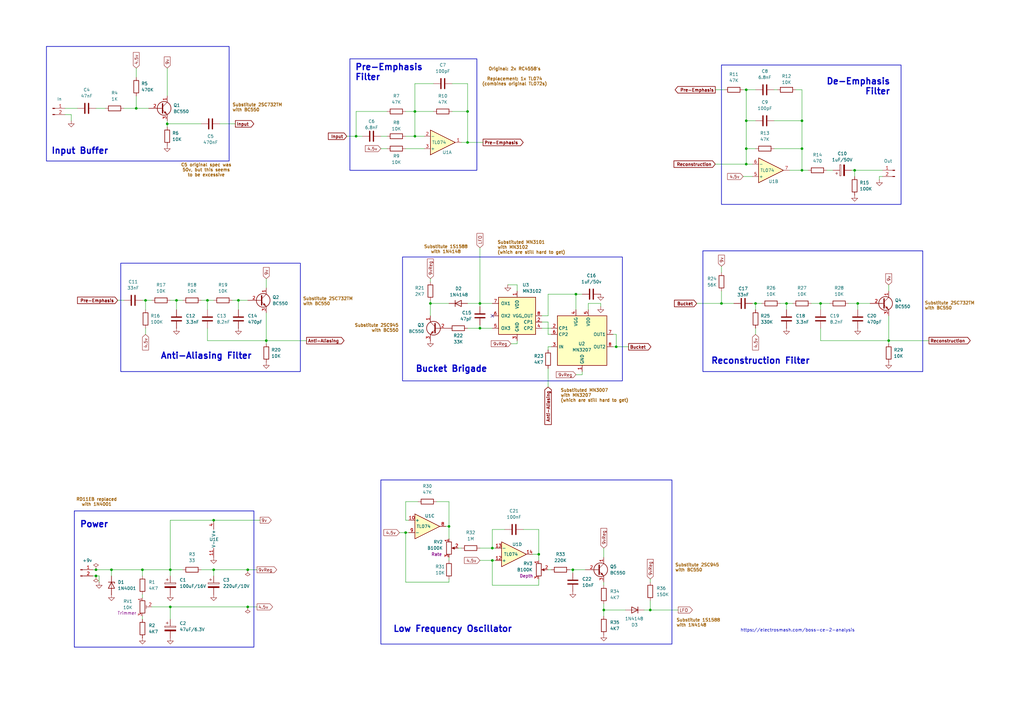
<source format=kicad_sch>
(kicad_sch (version 20231120) (generator "eeschema") (generator_version "8.0")
  (paper "A3")
  (lib_symbols
    (symbol "Amplifier_Operational:TL074" (pin_names (offset 0.127))
      (property "Reference" "U" (at 0 5.08 0))
      (property "Value" "TL074" (at 0 -5.08 0))
      (symbol "TL074_1_1"
        (pin output line (at 7.62 0 180) (length 2.54) (name "~") (number "1"))
        (pin input line (at -7.62 -2.54 0) (length 2.54) (name "-") (number "2"))
        (pin input line (at -7.62 2.54 0) (length 2.54) (name "+") (number "3"))
      )
      (symbol "TL074_2_1"
        (pin input line (at -7.62 2.54 0) (length 2.54) (name "+") (number "5"))
        (pin input line (at -7.62 -2.54 0) (length 2.54) (name "-") (number "6"))
        (pin output line (at 7.62 0 180) (length 2.54) (name "~") (number "7"))
      )
      (symbol "TL074_3_1"
        (pin input line (at -7.62 2.54 0) (length 2.54) (name "+") (number "10"))
        (pin output line (at 7.62 0 180) (length 2.54) (name "~") (number "8"))
        (pin input line (at -7.62 -2.54 0) (length 2.54) (name "-") (number "9"))
      )
      (symbol "TL074_4_1"
        (pin input line (at -7.62 2.54 0) (length 2.54) (name "+") (number "12"))
        (pin input line (at -7.62 -2.54 0) (length 2.54) (name "-") (number "13"))
        (pin output line (at 7.62 0 180) (length 2.54) (name "~") (number "14"))
      )
      (symbol "TL074_5_1"
        (pin power_in line (at -2.54 -7.62 90) (length 3.81) (name "V-") (number "11"))
        (pin power_in line (at -2.54 7.62 270) (length 3.81) (name "V+") (number "4"))
      )
    )
    (symbol "Audio:MN3207"
      (property "Reference" "U" (at -10.16 12.7 0))
      (property "Value" "MN3207" (at 10.16 -12.7 0))
      (symbol "MN3207_1_1"
        (pin power_in line (at 0 -12.7 90) (length 2.54) (name "GND") (number "1"))
        (pin input line (at -12.7 5.08 0) (length 2.54) (name "CP1") (number "2"))
        (pin input line (at -12.7 -2.54 0) (length 2.54) (name "IN") (number "3"))
        (pin power_in line (at -2.54 12.7 270) (length 2.54) (name "VGG") (number "4"))
        (pin power_in line (at 2.54 12.7 270) (length 2.54) (name "VDD") (number "5"))
        (pin input line (at -12.7 2.54 0) (length 2.54) (name "CP2") (number "6"))
        (pin output line (at 12.7 2.54 180) (length 2.54) (name "OUT1") (number "7"))
        (pin output line (at 12.7 -2.54 180) (length 2.54) (name "OUT2") (number "8"))
      )
    )
    (symbol "Connector:Conn_01x02_Pin" (pin_names (offset 1.016) hide)
      (property "Reference" "J" (at 0 2.54 0))
      (property "Value" "Conn_01x02_Pin" (at 0 -5.08 0))
      (symbol "Conn_01x02_Pin_1_1"
        (pin passive line (at 5.08 0 180) (length 3.81) (name "Pin_1") (number "1"))
        (pin passive line (at 5.08 -2.54 180) (length 3.81) (name "Pin_2") (number "2"))
      )
    )
    (symbol "Device:C" (pin_numbers hide) (pin_names (offset 0.254))
      (property "Reference" "C" (at 0.635 2.54 0))
      (property "Value" "C" (at 0.635 -2.54 0))
      (symbol "C_1_1"
        (pin passive line (at 0 3.81 270) (length 2.794) (name "~") (number "1"))
        (pin passive line (at 0 -3.81 90) (length 2.794) (name "~") (number "2"))
      )
    )
    (symbol "Device:C_Polarized" (pin_numbers hide) (pin_names (offset 0.254))
      (property "Reference" "C" (at 0.635 2.54 0))
      (property "Value" "C_Polarized" (at 0.635 -2.54 0))
      (symbol "C_Polarized_1_1"
        (pin passive line (at 0 3.81 270) (length 2.794) (name "~") (number "1"))
        (pin passive line (at 0 -3.81 90) (length 2.794) (name "~") (number "2"))
      )
    )
    (symbol "Device:D" (pin_numbers hide) (pin_names (offset 1.016) hide)
      (property "Reference" "D" (at 0 2.54 0))
      (property "Value" "D" (at 0 -2.54 0))
      (symbol "D_1_1"
        (pin passive line (at -3.81 0 0) (length 2.54) (name "K") (number "1"))
        (pin passive line (at 3.81 0 180) (length 2.54) (name "A") (number "2"))
      )
    )
    (symbol "Device:D_Zener" (pin_numbers hide) (pin_names (offset 1.016) hide)
      (property "Reference" "D" (at 0 2.54 0))
      (property "Value" "D_Zener" (at 0 -2.54 0))
      (symbol "D_Zener_1_1"
        (pin passive line (at -3.81 0 0) (length 2.54) (name "K") (number "1"))
        (pin passive line (at 3.81 0 180) (length 2.54) (name "A") (number "2"))
      )
    )
    (symbol "Device:R" (pin_numbers hide) (pin_names (offset 0))
      (property "Reference" "R" (at 2.032 0 90))
      (property "Value" "R" (at 0 0 90))
      (symbol "R_1_1"
        (pin passive line (at 0 3.81 270) (length 1.27) (name "~") (number "1"))
        (pin passive line (at 0 -3.81 90) (length 1.27) (name "~") (number "2"))
      )
    )
    (symbol "Device:R_Potentiometer" (pin_names (offset 1.016) hide)
      (property "Reference" "RV" (at -4.445 0 90))
      (property "Value" "R_Potentiometer" (at -2.54 0 90))
      (symbol "R_Potentiometer_1_1"
        (pin passive line (at 0 3.81 270) (length 1.27) (name "1") (number "1"))
        (pin passive line (at 3.81 0 180) (length 1.27) (name "2") (number "2"))
        (pin passive line (at 0 -3.81 90) (length 1.27) (name "3") (number "3"))
      )
    )
    (symbol "Device:R_Potentiometer_Trim" (pin_names (offset 1.016) hide)
      (property "Reference" "RV" (at -4.445 0 90))
      (property "Value" "R_Potentiometer_Trim" (at -2.54 0 90))
      (symbol "R_Potentiometer_Trim_1_1"
        (pin passive line (at 0 3.81 270) (length 1.27) (name "1") (number "1"))
        (pin passive line (at 3.81 0 180) (length 1.27) (name "2") (number "2"))
        (pin passive line (at 0 -3.81 90) (length 1.27) (name "3") (number "3"))
      )
    )
    (symbol "Timer:MN3102" (pin_names (offset 1.016))
      (property "Reference" "U" (at -7.62 8.89 0))
      (property "Value" "MN3102" (at 5.08 8.89 0))
      (symbol "MN3102_1_1"
        (pin power_in line (at 0 10.16 270) (length 2.54) (name "VDD") (number "1"))
        (pin output line (at 10.16 -2.54 180) (length 2.54) (name "CP1") (number "2"))
        (pin power_in line (at 0 -10.16 90) (length 2.54) (name "GND") (number "3"))
        (pin output line (at 10.16 -5.08 180) (length 2.54) (name "CP2") (number "4"))
        (pin input line (at -10.16 -5.08 0) (length 2.54) (name "OX3") (number "5"))
        (pin input line (at -10.16 0 0) (length 2.54) (name "OX2") (number "6"))
        (pin input line (at -10.16 5.08 0) (length 2.54) (name "OX1") (number "7"))
        (pin power_out line (at 10.16 0 180) (length 2.54) (name "VGG_OUT") (number "8"))
      )
    )
    (symbol "Transistor_BJT:BC550" (pin_names (offset 0) hide)
      (property "Reference" "Q" (at 5.08 1.905 0))
      (property "Value" "BC550" (at 5.08 0 0))
      (symbol "BC550_1_1"
        (pin passive line (at 2.54 5.08 270) (length 2.54) (name "C") (number "1"))
        (pin input line (at -5.08 0 0) (length 5.08) (name "B") (number "2"))
        (pin passive line (at 2.54 -5.08 90) (length 2.54) (name "E") (number "3"))
      )
    )
    (symbol "power:GND" (power) (pin_numbers hide) (pin_names (offset 0) hide)
      (property "Value" "GND" (at 0 -3.81 0))
      (symbol "GND_1_1"
        (pin power_in line (at 0 0 270) (length 0) (name "~") (number "1"))
      )
    )
    (symbol "power:PWR_FLAG" (power) (pin_numbers hide) (pin_names (offset 0) hide)
      (property "Value" "PWR_FLAG" (at 0 3.81 0))
      (symbol "PWR_FLAG_0_0"
        (pin power_out line (at 0 0 90) (length 0) (name "~") (number "1"))
      )
    )
  )
  (junction (at 146.05 55.88))
  (junction (at 166.37 218.44))
  (junction (at 101.6 233.68))
  (junction (at 184.15 215.9))
  (junction (at 191.77 45.72))
  (junction (at 328.93 69.85))
  (junction (at 72.39 123.19))
  (junction (at 201.93 224.79))
  (junction (at 196.85 124.46))
  (junction (at 322.58 124.46))
  (junction (at 351.79 124.46))
  (junction (at 196.85 134.62))
  (junction (at 220.98 227.33))
  (junction (at 45.72 233.68))
  (junction (at 306.07 49.53))
  (junction (at 97.79 123.19))
  (junction (at 109.22 139.7))
  (junction (at 87.63 233.68))
  (junction (at 336.55 124.46))
  (junction (at 309.88 124.46))
  (junction (at 176.53 124.46))
  (junction (at 55.88 44.45))
  (junction (at 328.93 60.96))
  (junction (at 59.69 123.19))
  (junction (at 247.65 250.19))
  (junction (at 306.07 36.83))
  (junction (at 69.85 248.92))
  (junction (at 328.93 49.53))
  (junction (at 170.18 45.72))
  (junction (at 191.77 58.42))
  (junction (at 234.95 233.68))
  (junction (at 85.09 123.19))
  (junction (at 364.49 139.7))
  (junction (at 350.52 69.85))
  (junction (at 252.73 142.24))
  (junction (at 87.63 213.36))
  (junction (at 306.07 67.31))
  (junction (at 266.7 250.19))
  (junction (at 236.22 120.65))
  (junction (at 295.91 124.46))
  (junction (at 58.42 233.68))
  (junction (at 170.18 55.88))
  (junction (at 69.85 233.68))
  (junction (at 39.37 236.22))
  (junction (at 101.6 248.92))
  (junction (at 39.37 233.68))
  (junction (at 68.58 50.8))
  (junction (at 201.93 229.87))
  (junction (at 306.07 60.96))
  (no_connect (at 201.93 129.54))
  (wire (pts (xy 55.88 27.94) (xy 55.88 31.75)))
  (wire (pts (xy 55.88 44.45) (xy 60.96 44.45)))
  (wire (pts (xy 247.65 250.19) (xy 247.65 252.73)))
  (wire (pts (xy 166.37 45.72) (xy 170.18 45.72)))
  (wire (pts (xy 322.58 124.46) (xy 325.12 124.46)))
  (wire (pts (xy 191.77 124.46) (xy 196.85 124.46)))
  (wire (pts (xy 85.09 123.19) (xy 87.63 123.19)))
  (wire (pts (xy 166.37 60.96) (xy 173.99 60.96)))
  (wire (pts (xy 48.26 123.19) (xy 50.8 123.19)))
  (wire (pts (xy 364.49 139.7) (xy 364.49 140.97)))
  (wire (pts (xy 361.95 72.39) (xy 360.68 72.39)))
  (wire (pts (xy 191.77 34.29) (xy 191.77 45.72)))
  (wire (pts (xy 234.95 233.68) (xy 240.03 233.68)))
  (wire (pts (xy 246.38 125.73) (xy 246.38 124.46)))
  (wire (pts (xy 95.25 123.19) (xy 97.79 123.19)))
  (wire (pts (xy 224.79 132.08) (xy 222.25 132.08)))
  (wire (pts (xy 241.3 124.46) (xy 241.3 127)))
  (wire (pts (xy 69.85 233.68) (xy 69.85 236.22)))
  (wire (pts (xy 364.49 129.54) (xy 364.49 139.7)))
  (wire (pts (xy 201.93 240.03) (xy 201.93 229.87)))
  (wire (pts (xy 266.7 250.19) (xy 266.7 246.38)))
  (wire (pts (xy 177.8 34.29) (xy 170.18 34.29)))
  (wire (pts (xy 196.85 124.46) (xy 196.85 125.73)))
  (wire (pts (xy 266.7 250.19) (xy 278.13 250.19)))
  (wire (pts (xy 85.09 123.19) (xy 85.09 127)))
  (wire (pts (xy 182.88 215.9) (xy 184.15 215.9)))
  (wire (pts (xy 339.09 69.85) (xy 341.63 69.85)))
  (wire (pts (xy 234.95 234.95) (xy 234.95 233.68)))
  (wire (pts (xy 332.74 124.46) (xy 336.55 124.46)))
  (wire (pts (xy 68.58 27.94) (xy 68.58 39.37)))
  (wire (pts (xy 266.7 237.49) (xy 266.7 238.76)))
  (wire (pts (xy 72.39 123.19) (xy 74.93 123.19)))
  (wire (pts (xy 109.22 139.7) (xy 125.73 139.7)))
  (wire (pts (xy 167.64 213.36) (xy 166.37 213.36)))
  (wire (pts (xy 224.79 120.65) (xy 224.79 129.54)))
  (wire (pts (xy 176.53 123.19) (xy 176.53 124.46)))
  (wire (pts (xy 351.79 124.46) (xy 356.87 124.46)))
  (wire (pts (xy 166.37 205.74) (xy 171.45 205.74)))
  (wire (pts (xy 156.21 55.88) (xy 158.75 55.88)))
  (wire (pts (xy 142.24 55.88) (xy 146.05 55.88)))
  (wire (pts (xy 170.18 34.29) (xy 170.18 45.72)))
  (wire (pts (xy 68.58 49.53) (xy 68.58 50.8)))
  (wire (pts (xy 224.79 132.08) (xy 224.79 137.16)))
  (wire (pts (xy 184.15 238.76) (xy 166.37 238.76)))
  (wire (pts (xy 156.21 60.96) (xy 158.75 60.96)))
  (wire (pts (xy 196.85 229.87) (xy 201.93 229.87)))
  (wire (pts (xy 226.06 137.16) (xy 224.79 137.16)))
  (wire (pts (xy 306.07 36.83) (xy 306.07 49.53)))
  (wire (pts (xy 191.77 58.42) (xy 198.12 58.42)))
  (wire (pts (xy 247.65 247.65) (xy 247.65 250.19)))
  (wire (pts (xy 224.79 120.65) (xy 236.22 120.65)))
  (wire (pts (xy 236.22 120.65) (xy 236.22 127)))
  (wire (pts (xy 212.09 116.84) (xy 208.28 116.84)))
  (wire (pts (xy 336.55 139.7) (xy 364.49 139.7)))
  (wire (pts (xy 58.42 123.19) (xy 59.69 123.19)))
  (wire (pts (xy 196.85 101.6) (xy 196.85 124.46)))
  (wire (pts (xy 39.37 233.68) (xy 38.1 233.68)))
  (wire (pts (xy 45.72 233.68) (xy 39.37 233.68)))
  (wire (pts (xy 252.73 137.16) (xy 252.73 142.24)))
  (wire (pts (xy 39.37 44.45) (xy 43.18 44.45)))
  (wire (pts (xy 26.67 44.45) (xy 31.75 44.45)))
  (wire (pts (xy 59.69 123.19) (xy 59.69 127)))
  (wire (pts (xy 45.72 236.22) (xy 45.72 233.68)))
  (wire (pts (xy 166.37 238.76) (xy 166.37 218.44)))
  (wire (pts (xy 191.77 58.42) (xy 191.77 45.72)))
  (wire (pts (xy 176.53 114.3) (xy 176.53 115.57)))
  (wire (pts (xy 306.07 36.83) (xy 309.88 36.83)))
  (wire (pts (xy 308.61 67.31) (xy 306.07 67.31)))
  (wire (pts (xy 224.79 142.24) (xy 224.79 143.51)))
  (wire (pts (xy 166.37 213.36) (xy 166.37 205.74)))
  (wire (pts (xy 220.98 240.03) (xy 201.93 240.03)))
  (wire (pts (xy 328.93 49.53) (xy 328.93 60.96)))
  (wire (pts (xy 201.93 229.87) (xy 203.2 229.87)))
  (wire (pts (xy 320.04 124.46) (xy 322.58 124.46)))
  (wire (pts (xy 306.07 49.53) (xy 309.88 49.53)))
  (wire (pts (xy 295.91 124.46) (xy 300.99 124.46)))
  (wire (pts (xy 29.21 49.53) (xy 29.21 46.99)))
  (wire (pts (xy 87.63 213.36) (xy 106.68 213.36)))
  (wire (pts (xy 170.18 45.72) (xy 177.8 45.72)))
  (wire (pts (xy 185.42 34.29) (xy 191.77 34.29)))
  (wire (pts (xy 69.85 213.36) (xy 69.85 233.68)))
  (wire (pts (xy 101.6 233.68) (xy 87.63 233.68)))
  (wire (pts (xy 247.65 250.19) (xy 256.54 250.19)))
  (wire (pts (xy 220.98 227.33) (xy 220.98 229.87)))
  (wire (pts (xy 58.42 236.22) (xy 58.42 233.68)))
  (wire (pts (xy 350.52 72.39) (xy 350.52 69.85)))
  (wire (pts (xy 184.15 205.74) (xy 179.07 205.74)))
  (wire (pts (xy 264.16 250.19) (xy 266.7 250.19)))
  (wire (pts (xy 304.8 36.83) (xy 306.07 36.83)))
  (wire (pts (xy 336.55 124.46) (xy 340.36 124.46)))
  (wire (pts (xy 69.85 254) (xy 69.85 248.92)))
  (wire (pts (xy 109.22 114.3) (xy 109.22 118.11)))
  (wire (pts (xy 184.15 215.9) (xy 184.15 220.98)))
  (wire (pts (xy 328.93 69.85) (xy 331.47 69.85)))
  (wire (pts (xy 58.42 243.84) (xy 58.42 245.11)))
  (wire (pts (xy 336.55 134.62) (xy 336.55 139.7)))
  (wire (pts (xy 58.42 252.73) (xy 58.42 254)))
  (wire (pts (xy 238.76 120.65) (xy 236.22 120.65)))
  (wire (pts (xy 85.09 139.7) (xy 109.22 139.7)))
  (wire (pts (xy 328.93 69.85) (xy 328.93 60.96)))
  (wire (pts (xy 317.5 60.96) (xy 328.93 60.96)))
  (wire (pts (xy 170.18 55.88) (xy 173.99 55.88)))
  (wire (pts (xy 196.85 134.62) (xy 196.85 133.35)))
  (wire (pts (xy 40.64 236.22) (xy 39.37 236.22)))
  (wire (pts (xy 72.39 123.19) (xy 72.39 127)))
  (wire (pts (xy 40.64 238.76) (xy 40.64 236.22)))
  (wire (pts (xy 97.79 123.19) (xy 101.6 123.19)))
  (wire (pts (xy 309.88 124.46) (xy 312.42 124.46)))
  (wire (pts (xy 191.77 134.62) (xy 196.85 134.62)))
  (wire (pts (xy 220.98 227.33) (xy 220.98 217.17)))
  (wire (pts (xy 309.88 124.46) (xy 308.61 124.46)))
  (wire (pts (xy 220.98 217.17) (xy 214.63 217.17)))
  (wire (pts (xy 234.95 233.68) (xy 233.68 233.68)))
  (wire (pts (xy 163.83 218.44) (xy 166.37 218.44)))
  (wire (pts (xy 207.01 217.17) (xy 201.93 217.17)))
  (wire (pts (xy 166.37 55.88) (xy 170.18 55.88)))
  (wire (pts (xy 82.55 123.19) (xy 85.09 123.19)))
  (wire (pts (xy 201.93 224.79) (xy 203.2 224.79)))
  (wire (pts (xy 252.73 142.24) (xy 257.81 142.24)))
  (wire (pts (xy 184.15 215.9) (xy 184.15 205.74)))
  (wire (pts (xy 101.6 248.92) (xy 105.41 248.92)))
  (wire (pts (xy 304.8 72.39) (xy 308.61 72.39)))
  (wire (pts (xy 170.18 45.72) (xy 170.18 55.88)))
  (wire (pts (xy 364.49 116.84) (xy 364.49 119.38)))
  (wire (pts (xy 247.65 224.79) (xy 247.65 228.6)))
  (wire (pts (xy 176.53 124.46) (xy 184.15 124.46)))
  (wire (pts (xy 85.09 134.62) (xy 85.09 139.7)))
  (wire (pts (xy 251.46 137.16) (xy 252.73 137.16)))
  (wire (pts (xy 218.44 227.33) (xy 220.98 227.33)))
  (wire (pts (xy 50.8 44.45) (xy 55.88 44.45)))
  (wire (pts (xy 74.93 233.68) (xy 69.85 233.68)))
  (wire (pts (xy 69.85 248.92) (xy 101.6 248.92)))
  (wire (pts (xy 184.15 237.49) (xy 184.15 238.76)))
  (wire (pts (xy 350.52 69.85) (xy 349.25 69.85)))
  (wire (pts (xy 317.5 49.53) (xy 328.93 49.53)))
  (wire (pts (xy 69.85 123.19) (xy 72.39 123.19)))
  (wire (pts (xy 306.07 67.31) (xy 306.07 60.96)))
  (wire (pts (xy 209.55 140.97) (xy 212.09 140.97)))
  (wire (pts (xy 293.37 67.31) (xy 306.07 67.31)))
  (wire (pts (xy 158.75 45.72) (xy 146.05 45.72)))
  (wire (pts (xy 69.85 233.68) (xy 58.42 233.68)))
  (wire (pts (xy 39.37 236.22) (xy 38.1 236.22)))
  (wire (pts (xy 97.79 127) (xy 97.79 123.19)))
  (wire (pts (xy 222.25 134.62) (xy 226.06 134.62)))
  (wire (pts (xy 238.76 153.67) (xy 238.76 152.4)))
  (wire (pts (xy 201.93 217.17) (xy 201.93 224.79)))
  (wire (pts (xy 306.07 49.53) (xy 306.07 60.96)))
  (wire (pts (xy 90.17 50.8) (xy 96.52 50.8)))
  (wire (pts (xy 68.58 50.8) (xy 82.55 50.8)))
  (wire (pts (xy 322.58 124.46) (xy 322.58 127)))
  (wire (pts (xy 360.68 72.39) (xy 360.68 73.66)))
  (wire (pts (xy 328.93 36.83) (xy 326.39 36.83)))
  (wire (pts (xy 196.85 224.79) (xy 201.93 224.79)))
  (wire (pts (xy 59.69 123.19) (xy 62.23 123.19)))
  (wire (pts (xy 236.22 153.67) (xy 238.76 153.67)))
  (wire (pts (xy 105.41 233.68) (xy 101.6 233.68)))
  (wire (pts (xy 166.37 218.44) (xy 167.64 218.44)))
  (wire (pts (xy 212.09 140.97) (xy 212.09 139.7)))
  (wire (pts (xy 59.69 134.62) (xy 59.69 137.16)))
  (wire (pts (xy 191.77 45.72) (xy 185.42 45.72)))
  (wire (pts (xy 87.63 233.68) (xy 82.55 233.68)))
  (wire (pts (xy 69.85 248.92) (xy 62.23 248.92)))
  (wire (pts (xy 224.79 151.13) (xy 224.79 158.75)))
  (wire (pts (xy 293.37 36.83) (xy 297.18 36.83)))
  (wire (pts (xy 309.88 127) (xy 309.88 124.46)))
  (wire (pts (xy 251.46 142.24) (xy 252.73 142.24)))
  (wire (pts (xy 58.42 233.68) (xy 45.72 233.68)))
  (wire (pts (xy 146.05 55.88) (xy 148.59 55.88)))
  (wire (pts (xy 189.23 58.42) (xy 191.77 58.42)))
  (wire (pts (xy 364.49 139.7) (xy 381 139.7)))
  (wire (pts (xy 306.07 60.96) (xy 309.88 60.96)))
  (wire (pts (xy 351.79 127) (xy 351.79 124.46)))
  (wire (pts (xy 55.88 44.45) (xy 55.88 39.37)))
  (wire (pts (xy 351.79 124.46) (xy 347.98 124.46)))
  (wire (pts (xy 246.38 124.46) (xy 241.3 124.46)))
  (wire (pts (xy 295.91 109.22) (xy 295.91 111.76)))
  (wire (pts (xy 184.15 228.6) (xy 184.15 229.87)))
  (wire (pts (xy 187.96 224.79) (xy 189.23 224.79)))
  (wire (pts (xy 224.79 233.68) (xy 226.06 233.68)))
  (wire (pts (xy 87.63 236.22) (xy 87.63 233.68)))
  (wire (pts (xy 196.85 134.62) (xy 201.93 134.62)))
  (wire (pts (xy 350.52 69.85) (xy 361.95 69.85)))
  (wire (pts (xy 68.58 50.8) (xy 68.58 52.07)))
  (wire (pts (xy 336.55 124.46) (xy 336.55 127)))
  (wire (pts (xy 295.91 124.46) (xy 285.75 124.46)))
  (wire (pts (xy 146.05 45.72) (xy 146.05 55.88)))
  (wire (pts (xy 247.65 238.76) (xy 247.65 240.03)))
  (wire (pts (xy 212.09 119.38) (xy 212.09 116.84)))
  (wire (pts (xy 176.53 124.46) (xy 176.53 129.54)))
  (wire (pts (xy 109.22 139.7) (xy 109.22 140.97)))
  (wire (pts (xy 109.22 128.27) (xy 109.22 139.7)))
  (wire (pts (xy 323.85 69.85) (xy 328.93 69.85)))
  (wire (pts (xy 29.21 46.99) (xy 26.67 46.99)))
  (wire (pts (xy 309.88 134.62) (xy 309.88 137.16)))
  (wire (pts (xy 295.91 119.38) (xy 295.91 124.46)))
  (wire (pts (xy 69.85 213.36) (xy 87.63 213.36)))
  (wire (pts (xy 317.5 36.83) (xy 318.77 36.83)))
  (wire (pts (xy 196.85 124.46) (xy 201.93 124.46)))
  (wire (pts (xy 224.79 129.54) (xy 222.25 129.54)))
  (wire (pts (xy 220.98 237.49) (xy 220.98 240.03)))
  (wire (pts (xy 328.93 36.83) (xy 328.93 49.53)))
  (wire (pts (xy 226.06 142.24) (xy 224.79 142.24)))
  (rectangle (start 295.91 26.67) (end 369.57 83.82) (stroke (width 0.254)))
  (rectangle (start 49.53 107.95) (end 123.19 152.4) (stroke (width 0.254)))
  (rectangle (start 30.48 209.55) (end 104.14 265.43) (stroke (width 0.254)))
  (rectangle (start 156.21 196.85) (end 275.59 264.16) (stroke (width 0.254)))
  (rectangle (start 143.51 24.13) (end 195.58 69.85) (stroke (width 0.254)))
  (rectangle (start 288.29 102.87) (end 378.46 152.4) (stroke (width 0.254)))
  (rectangle (start 165.1 105.41) (end 255.27 156.21) (stroke (width 0.254)))
  (rectangle (start 19.05 19.05) (end 93.98 66.04) (stroke (width 0.254)))
  (text "Substitute 1S1588\nwith 1N4148" (at 277.368 255.524 0) (effects (font (size 1.27 1.27) (thickness 0.254) (bold yes)) (justify left)))
  (text "Original: 2x RC4558's\n\nReplacement: 1x TL074\n(combines original TL072s)" (at 211.074 31.496 0) (effects (font (size 1.27 1.27) (thickness 0.254) (bold yes))))
  (text "Substitute 2SC732TM\nwith BC550" (at 124.206 123.698 0) (effects (font (size 1.27 1.27) (thickness 0.254) (bold yes)) (justify left)))
  (text "Substitute 2SC945\nwith BC550" (at 276.86 232.918 0) (effects (font (size 1.27 1.27) (thickness 0.254) (bold yes)) (justify left)))
  (text "Reconstruction Filter" (at 311.912 148.082 0) (effects (font (size 2.54 2.54) (thickness 0.508) (bold yes))))
  (text "Substitute 1S1588\nwith 1N4148" (at 182.88 102.362 0) (effects (font (size 1.27 1.27) (thickness 0.254) (bold yes))))
  (text "Substituted MN3101\nwith MN3102\n(which are still hard to get)" (at 203.962 101.6 0) (effects (font (size 1.27 1.27) (thickness 0.254) (bold yes)) (justify left)))
  (text "Anti-Aliasing Filter" (at 84.582 146.05 0) (effects (font (size 2.54 2.54) (thickness 0.508) (bold yes))))
  (text "Input Buffer" (at 32.766 61.976 0) (effects (font (size 2.54 2.54) (thickness 0.508) (bold yes))))
  (text "Substitute 2SC732TM\nwith BC550" (at 379.222 125.476 0) (effects (font (size 1.27 1.27) (thickness 0.254) (bold yes)) (justify left)))
  (text "Low Frequency Oscillator" (at 185.674 258.064 0) (effects (font (size 2.54 2.54) (thickness 0.508) (bold yes))))
  (text "Substituted MN3007\nwith MN3207\n(which are still hard to get)" (at 229.87 162.306 0) (effects (font (size 1.27 1.27) (thickness 0.254) (bold yes)) (justify left)))
  (text "C5 original spec was\n50v, but this seems\nto be excessive" (at 84.582 69.85 0) (effects (font (size 1.27 1.27) (thickness 0.254) (bold yes))))
  (text "Substitute 2SC945\nwith BC550" (at 163.576 134.62 0) (effects (font (size 1.27 1.27) (thickness 0.254) (bold yes)) (justify right)))
  (text "Pre-Emphasis\nFilter" (at 145.542 29.718 0) (effects (font (size 2.54 2.54) (thickness 0.508) (bold yes)) (justify left)))
  (text "RD11EB replaced\nwith 1N4001" (at 39.624 205.994 0) (effects (font (size 1.27 1.27) (thickness 0.254) (bold yes))))
  (text "Power" (at 38.608 215.138 0) (effects (font (size 2.54 2.54) (thickness 0.508) (bold yes))))
  (text "De-Emphasis\nFilter" (at 365.252 35.56 0) (effects (font (size 2.54 2.54) (thickness 0.508) (bold yes)) (justify right)))
  (text "https://electrosmash.com/boss-ce-2-analysis" (at 327.152 258.572 0) (effects (font (size 1.27 1.27))))
  (text "Bucket Brigade" (at 185.166 151.384 0) (effects (font (size 2.54 2.54) (thickness 0.508) (bold yes))))
  (text "Substitute 2SC732TM\nwith BC550" (at 95.25 44.196 0) (effects (font (size 1.27 1.27) (thickness 0.254) (bold yes)) (justify left)))
  (global_label "9v" (shape output) (at 106.68 213.36 0) (property "Intersheetrefs" "${INTERSHEET_REFS}" (effects (hide yes))))
  (global_label "Input" (shape output) (at 96.52 50.8 0) (effects (font (bold yes))) (property "Intersheetrefs" "${INTERSHEET_REFS}" (effects (hide yes))))
  (global_label "9v" (shape input) (at 364.49 116.84 90) (property "Intersheetrefs" "${INTERSHEET_REFS}" (effects (hide yes))))
  (global_label "9vReg" (shape input) (at 176.53 114.3 90) (property "Intersheetrefs" "${INTERSHEET_REFS}" (effects (hide yes))))
  (global_label "9vReg" (shape output) (at 105.41 233.68 0) (property "Intersheetrefs" "${INTERSHEET_REFS}" (effects (hide yes))))
  (global_label "4.5v" (shape output) (at 105.41 248.92 0) (property "Intersheetrefs" "${INTERSHEET_REFS}" (effects (hide yes))))
  (global_label "Bucket" (shape output) (at 257.81 142.24 0) (effects (font (bold yes))) (property "Intersheetrefs" "${INTERSHEET_REFS}" (effects (hide yes))))
  (global_label "9vReg" (shape input) (at 247.65 224.79 90) (property "Intersheetrefs" "${INTERSHEET_REFS}" (effects (hide yes))))
  (global_label "4.5v" (shape input) (at 163.83 218.44 180) (property "Intersheetrefs" "${INTERSHEET_REFS}" (effects (hide yes))))
  (global_label "4.5v" (shape input) (at 304.8 72.39 180) (property "Intersheetrefs" "${INTERSHEET_REFS}" (effects (hide yes))))
  (global_label "4.5v" (shape input) (at 156.21 60.96 180) (property "Intersheetrefs" "${INTERSHEET_REFS}" (effects (hide yes))))
  (global_label "4.5v" (shape input) (at 309.88 137.16 270) (property "Intersheetrefs" "${INTERSHEET_REFS}" (effects (hide yes))))
  (global_label "Pre-Emphasis" (shape output) (at 198.12 58.42 0) (effects (font (bold yes))) (property "Intersheetrefs" "${INTERSHEET_REFS}" (effects (hide yes))))
  (global_label "Pre-Emphasis" (shape output) (at 293.37 36.83 180) (effects (font (bold yes))) (property "Intersheetrefs" "${INTERSHEET_REFS}" (effects (hide yes))))
  (global_label "Anti-Aliasing" (shape output) (at 125.73 139.7 0) (effects (font (bold yes))) (property "Intersheetrefs" "${INTERSHEET_REFS}" (effects (hide yes))))
  (global_label "Bucket" (shape input) (at 285.75 124.46 180) (effects (font (bold yes))) (property "Intersheetrefs" "${INTERSHEET_REFS}" (effects (hide yes))))
  (global_label "9v" (shape input) (at 68.58 27.94 90) (property "Intersheetrefs" "${INTERSHEET_REFS}" (effects (hide yes))))
  (global_label "9v" (shape input) (at 295.91 109.22 90) (property "Intersheetrefs" "${INTERSHEET_REFS}" (effects (hide yes))))
  (global_label "LFO" (shape input) (at 196.85 101.6 90) (property "Intersheetrefs" "${INTERSHEET_REFS}" (effects (hide yes))))
  (global_label "9v" (shape input) (at 109.22 114.3 90) (property "Intersheetrefs" "${INTERSHEET_REFS}" (effects (hide yes))))
  (global_label "4.5v" (shape input) (at 196.85 229.87 180) (property "Intersheetrefs" "${INTERSHEET_REFS}" (effects (hide yes))))
  (global_label "4.5v" (shape input) (at 59.69 137.16 270) (property "Intersheetrefs" "${INTERSHEET_REFS}" (effects (hide yes))))
  (global_label "Input" (shape input) (at 142.24 55.88 180) (effects (font (bold yes))) (property "Intersheetrefs" "${INTERSHEET_REFS}" (effects (hide yes))))
  (global_label "Reconstruction" (shape input) (at 293.37 67.31 180) (effects (font (bold yes))) (property "Intersheetrefs" "${INTERSHEET_REFS}" (effects (hide yes))))
  (global_label "9vReg" (shape input) (at 266.7 237.49 90) (property "Intersheetrefs" "${INTERSHEET_REFS}" (effects (hide yes))))
  (global_label "4.5v" (shape input) (at 55.88 27.94 90) (property "Intersheetrefs" "${INTERSHEET_REFS}" (effects (hide yes))))
  (global_label "Anti-Aliasing" (shape input) (at 224.79 158.75 270) (effects (font (bold yes))) (property "Intersheetrefs" "${INTERSHEET_REFS}" (effects (hide yes))))
  (global_label "9vReg" (shape input) (at 209.55 140.97 180) (property "Intersheetrefs" "${INTERSHEET_REFS}" (effects (hide yes))))
  (global_label "LFO" (shape output) (at 278.13 250.19 0) (property "Intersheetrefs" "${INTERSHEET_REFS}" (effects (hide yes))))
  (global_label "Reconstruction" (shape output) (at 381 139.7 0) (effects (font (bold yes))) (property "Intersheetrefs" "${INTERSHEET_REFS}" (effects (hide yes))))
  (global_label "9vReg" (shape input) (at 236.22 153.67 180) (property "Intersheetrefs" "${INTERSHEET_REFS}" (effects (hide yes))))
  (global_label "Pre-Emphasis" (shape input) (at 48.26 123.19 180) (effects (font (bold yes))) (property "Intersheetrefs" "${INTERSHEET_REFS}" (effects (hide yes))))
  (symbol (lib_id "Device:C") (at 181.61 34.29 90) (unit 1)
    (property "Reference" "C7" (at 181.61 26.67 90))
    (property "Value" "100pF" (at 181.61 29.21 90))
    (property "Footprint" "Capacitor_THT:C_Disc_D3.8mm_W2.6mm_P2.50mm" (effects (hide yes)))
    (property "Description" "Unpolarized capacitor" (effects (hide yes)))
  )
  (symbol (lib_id "Device:R") (at 109.22 144.78 180) (unit 1)
    (property "Reference" "R20" (at 111.2747 143.5099 0) (effects (justify right)))
    (property "Value" "10K" (at 111.2747 146.0499 0) (effects (justify right)))
    (property "Footprint" "Resistor_THT:R_Axial_DIN0207_L6.3mm_D2.5mm_P10.16mm_Horizontal" (effects (hide yes)))
    (property "Description" "Resistor" (effects (hide yes)))
  )
  (symbol (lib_id "power:GND") (at 176.53 139.7 0) (unit 1)
    (property "Reference" "#PWR022" (effects (hide yes)))
    (property "Value" "GND" (effects (hide yes)))
    (property "Description" "Power symbol creates a global label with name \"GND\" , ground" (effects (hide yes)))
  )
  (symbol (lib_id "power:GND") (at 234.95 242.57 0) (unit 1)
    (property "Reference" "#PWR017" (effects (hide yes)))
    (property "Value" "GND" (effects (hide yes)))
    (property "Description" "Power symbol creates a global label with name \"GND\" , ground" (effects (hide yes)))
  )
  (symbol (lib_id "power:PWR_FLAG") (at 101.6 248.92 180) (unit 1)
    (property "Reference" "#FLG04" (effects (hide yes)))
    (property "Value" "PWR_FLAG" (effects (hide yes)))
    (property "Description" "Special symbol for telling ERC where power comes from" (effects (hide yes)))
  )
  (symbol (lib_id "power:GND") (at 351.79 134.62 0) (unit 1)
    (property "Reference" "#PWR023" (effects (hide yes)))
    (property "Value" "GND" (effects (hide yes)))
    (property "Description" "Power symbol creates a global label with name \"GND\" , ground" (effects (hide yes)))
  )
  (symbol (lib_id "Device:R") (at 247.65 256.54 0) (unit 1)
    (property "Reference" "R35" (at 250.19 255.2699 0) (effects (justify left)))
    (property "Value" "4K7" (at 250.19 257.8099 0) (effects (justify left)))
    (property "Footprint" "Resistor_THT:R_Axial_DIN0207_L6.3mm_D2.5mm_P10.16mm_Horizontal" (effects (hide yes)))
    (property "Description" "Resistor" (effects (hide yes)))
  )
  (symbol (lib_id "Device:C") (at 242.57 120.65 270) (unit 1)
    (property "Reference" "C16" (at 242.57 113.03 90))
    (property "Value" "1uF/50v" (at 242.57 115.57 90))
    (property "Footprint" "Capacitor_THT:CP_Radial_D5.0mm_P2.00mm" (effects (hide yes)))
    (property "Description" "Unpolarized capacitor" (effects (hide yes)))
  )
  (symbol (lib_id "Device:C") (at 313.69 49.53 90) (unit 1)
    (property "Reference" "C9" (at 313.69 41.91 90))
    (property "Value" "100pF" (at 313.69 44.45 90))
    (property "Footprint" "Capacitor_THT:C_Disc_D3.8mm_W2.6mm_P2.50mm" (effects (hide yes)))
    (property "Description" "Unpolarized capacitor" (effects (hide yes)))
  )
  (symbol (lib_id "Audio:MN3207") (at 238.76 139.7 0) (unit 1)
    (property "Reference" "U2" (at 237.236 140.97 0) (effects (justify left)))
    (property "Value" "MN3207" (at 234.696 143.51 0) (effects (justify left)))
    (property "Footprint" "Package_DIP:DIP-8_W7.62mm" (effects (hide yes)))
    (property "Datasheet" "http://www.experimentalistsanonymous.com/diy/Datasheets/MN3207.pdf" (effects (hide yes)))
    (property "Description" "1024-STAGE LOW VOLTAGE OPERATION LOW NOISE BBD (bucket brigade device), delay time 2.56ms to 51.2ms, S/N 73dB, clock frequency range 10KHz to 200KHz" (effects (hide yes)))
  )
  (symbol (lib_id "Device:R") (at 316.23 124.46 90) (unit 1)
    (property "Reference" "R26" (at 316.23 118.11 90))
    (property "Value" "10K" (at 316.23 120.65 90))
    (property "Footprint" "Resistor_THT:R_Axial_DIN0207_L6.3mm_D2.5mm_P10.16mm_Horizontal" (effects (hide yes)))
    (property "Description" "Resistor" (effects (hide yes)))
  )
  (symbol (lib_id "Transistor_BJT:BC550") (at 66.04 44.45 0) (unit 1)
    (property "Reference" "Q1" (at 71.12 43.1799 0) (effects (justify left)))
    (property "Value" "BC550" (at 71.12 45.7199 0) (effects (justify left)))
    (property "Footprint" "Package_TO_SOT_THT:TO-92_Inline_Wide" (effects (hide yes)))
    (property "Datasheet" "https://www.onsemi.com/pub/Collateral/BC550-D.pdf" (effects (hide yes)))
    (property "Description" "0.1A Ic, 45V Vce, Small Signal NPN Transistor, TO-92" (effects (hide yes)))
  )
  (symbol (lib_id "power:GND") (at 246.38 125.73 0) (unit 1)
    (property "Reference" "#PWR019" (effects (hide yes)))
    (property "Value" "GND" (effects (hide yes)))
    (property "Description" "Power symbol creates a global label with name \"GND\" , ground" (effects (hide yes)))
  )
  (symbol (lib_id "power:GND") (at 87.63 243.84 0) (unit 1)
    (property "Reference" "#PWR06" (effects (hide yes)))
    (property "Value" "GND" (effects (hide yes)))
    (property "Description" "Power symbol creates a global label with name \"GND\" , ground" (effects (hide yes)))
  )
  (symbol (lib_id "Amplifier_Operational:TL074") (at 210.82 227.33 0) (mirror x) (unit 4)
    (property "Reference" "U1" (at 212.09 223.266 0))
    (property "Value" "TL074" (at 209.55 227.33 0))
    (property "Footprint" "Package_DIP:DIP-14_W7.62mm" (effects (hide yes)))
    (property "Datasheet" "http://www.ti.com/lit/ds/symlink/tl071.pdf" (effects (hide yes)))
    (property "Description" "Quad Low-Noise JFET-Input Operational Amplifiers, DIP-14/SOIC-14" (effects (hide yes)))
  )
  (symbol (lib_id "Timer:MN3102") (at 212.09 129.54 0) (unit 1)
    (property "Reference" "U3" (at 214.2841 116.84 0) (effects (justify left)))
    (property "Value" "MN3102" (at 214.2841 119.38 0) (effects (justify left)))
    (property "Footprint" "Package_DIP:DIP-8_W7.62mm" (effects (hide yes)))
    (property "Datasheet" "http://www.experimentalistsanonymous.com/diy/Datasheets/MN3102.pdf" (effects (hide yes)))
    (property "Description" "Clock Generator Driver/Driver for MN3000 Series BBD (bucket brigade device), 4V to 10V, DIP-8" (effects (hide yes)))
  )
  (symbol (lib_id "Device:R") (at 91.44 123.19 90) (unit 1)
    (property "Reference" "R19" (at 91.44 116.84 90))
    (property "Value" "10K" (at 91.44 119.38 90))
    (property "Footprint" "Resistor_THT:R_Axial_DIN0207_L6.3mm_D2.5mm_P10.16mm_Horizontal" (effects (hide yes)))
    (property "Description" "Resistor" (effects (hide yes)))
  )
  (symbol (lib_id "power:GND") (at 247.65 260.35 0) (unit 1)
    (property "Reference" "#PWR018" (effects (hide yes)))
    (property "Value" "GND" (effects (hide yes)))
    (property "Description" "Power symbol creates a global label with name \"GND\" , ground" (effects (hide yes)))
  )
  (symbol (lib_id "Device:R") (at 78.74 233.68 90) (unit 1)
    (property "Reference" "R3" (at 78.74 227.33 90))
    (property "Value" "33" (at 78.74 229.87 90))
    (property "Footprint" "Resistor_THT:R_Axial_DIN0207_L6.3mm_D2.5mm_P10.16mm_Horizontal" (effects (hide yes)))
    (property "Description" "Resistor" (effects (hide yes)))
  )
  (symbol (lib_id "power:GND") (at 72.39 134.62 0) (unit 1)
    (property "Reference" "#PWR013" (effects (hide yes)))
    (property "Value" "GND" (effects (hide yes)))
    (property "Description" "Power symbol creates a global label with name \"GND\" , ground" (effects (hide yes)))
  )
  (symbol (lib_id "Device:C") (at 351.79 130.81 180) (unit 1)
    (property "Reference" "C20" (at 355.6 129.5399 0) (effects (justify right)))
    (property "Value" "470pF" (at 355.6 132.0799 0) (effects (justify right)))
    (property "Footprint" "Capacitor_THT:C_Disc_D3.8mm_W2.6mm_P2.50mm" (effects (hide yes)))
    (property "Description" "Unpolarized capacitor" (effects (hide yes)))
  )
  (symbol (lib_id "Device:C") (at 85.09 130.81 180) (unit 1)
    (property "Reference" "C13" (at 88.9 129.5399 0) (effects (justify right)))
    (property "Value" "8.2nF" (at 88.9 132.0799 0) (effects (justify right)))
    (property "Footprint" "Capacitor_THT:C_Rect_L7.2mm_W2.5mm_P5.00mm_FKS2_FKP2_MKS2_MKP2" (effects (hide yes)))
    (property "Description" "Unpolarized capacitor" (effects (hide yes)))
  )
  (symbol (lib_id "Device:R") (at 322.58 36.83 90) (unit 1)
    (property "Reference" "R12" (at 322.58 31.242 90))
    (property "Value" "10K" (at 322.58 33.782 90))
    (property "Footprint" "Resistor_THT:R_Axial_DIN0207_L6.3mm_D2.5mm_P10.16mm_Horizontal" (effects (hide yes)))
    (property "Description" "Resistor" (effects (hide yes)))
  )
  (symbol (lib_id "power:PWR_FLAG") (at 39.37 236.22 180) (unit 1)
    (property "Reference" "#FLG02" (effects (hide yes)))
    (property "Value" "PWR_FLAG" (effects (hide yes)))
    (property "Description" "Special symbol for telling ERC where power comes from" (effects (hide yes)))
  )
  (symbol (lib_id "Device:D") (at 260.35 250.19 180) (unit 1)
    (property "Reference" "D3" (at 261.62 256.286 0) (effects (justify left)))
    (property "Value" "1N4148" (at 263.906 253.746 0) (effects (justify left)))
    (property "Footprint" "Diode_THT:D_DO-34_SOD68_P7.62mm_Horizontal" (effects (hide yes)))
    (property "Description" "Diode" (effects (hide yes)))
    (property "Sim.Device" "D" (effects (hide yes)))
    (property "Sim.Pins" "1=K 2=A" (effects (hide yes)))
    (property "Notes" "Reverse-biased diode for polarity protection" (effects (hide yes)))
  )
  (symbol (lib_id "power:GND") (at 364.49 148.59 0) (unit 1)
    (property "Reference" "#PWR024" (effects (hide yes)))
    (property "Value" "GND" (effects (hide yes)))
    (property "Description" "Power symbol creates a global label with name \"GND\" , ground" (effects (hide yes)))
  )
  (symbol (lib_id "power:GND") (at 29.21 49.53 0) (unit 1)
    (property "Reference" "#PWR07" (effects (hide yes)))
    (property "Value" "GND" (effects (hide yes)))
    (property "Description" "Power symbol creates a global label with name \"GND\" , ground" (effects (hide yes)))
  )
  (symbol (lib_id "power:GND") (at 246.38 120.65 0) (unit 1)
    (property "Reference" "#PWR020" (effects (hide yes)))
    (property "Value" "GND" (effects (hide yes)))
    (property "Description" "Power symbol creates a global label with name \"GND\" , ground" (effects (hide yes)))
  )
  (symbol (lib_id "Device:R") (at 344.17 124.46 90) (unit 1)
    (property "Reference" "R28" (at 344.17 118.11 90))
    (property "Value" "10K" (at 344.17 120.65 90))
    (property "Footprint" "Resistor_THT:R_Axial_DIN0207_L6.3mm_D2.5mm_P10.16mm_Horizontal" (effects (hide yes)))
    (property "Description" "Resistor" (effects (hide yes)))
  )
  (symbol (lib_id "Device:R") (at 181.61 45.72 90) (unit 1)
    (property "Reference" "R10" (at 181.61 39.37 90))
    (property "Value" "47K" (at 181.61 41.91 90))
    (property "Footprint" "Resistor_THT:R_Axial_DIN0207_L6.3mm_D2.5mm_P10.16mm_Horizontal" (effects (hide yes)))
    (property "Description" "Resistor" (effects (hide yes)))
  )
  (symbol (lib_id "Amplifier_Operational:TL074") (at 316.23 69.85 0) (mirror x) (unit 2)
    (property "Reference" "U1" (at 317.246 74.422 0))
    (property "Value" "TL074" (at 314.706 69.85 0))
    (property "Footprint" "Package_DIP:DIP-14_W7.62mm" (effects (hide yes)))
    (property "Datasheet" "http://www.ti.com/lit/ds/symlink/tl071.pdf" (effects (hide yes)))
    (property "Description" "Quad Low-Noise JFET-Input Operational Amplifiers, DIP-14/SOIC-14" (effects (hide yes)))
  )
  (symbol (lib_id "Device:C") (at 234.95 238.76 180) (unit 1)
    (property "Reference" "C22" (at 238.76 237.4899 0) (effects (justify right)))
    (property "Value" "10nF" (at 238.76 240.0299 0) (effects (justify right)))
    (property "Footprint" "Capacitor_THT:CP_Radial_D5.0mm_P2.00mm" (effects (hide yes)))
    (property "Description" "Unpolarized capacitor" (effects (hide yes)))
  )
  (symbol (lib_id "Device:R_Potentiometer_Trim") (at 58.42 248.92 0) (unit 1)
    (property "Reference" "RV1" (at 54.356 246.634 0) (effects (justify right)))
    (property "Value" "10K" (at 54.356 249.174 0) (effects (justify right)))
    (property "Footprint" "Connector_PinHeader_2.54mm:PinHeader_1x03_P2.54mm_Horizontal" (effects (hide yes)))
    (property "Description" "Trim-potentiometer" (effects (hide yes)))
    (property "Type" "Trimmer" (at 52.07 251.46 0))
  )
  (symbol (lib_id "power:PWR_FLAG") (at 101.6 233.68 180) (unit 1)
    (property "Reference" "#FLG03" (effects (hide yes)))
    (property "Value" "PWR_FLAG" (effects (hide yes)))
    (property "Description" "Special symbol for telling ERC where power comes from" (effects (hide yes)))
  )
  (symbol (lib_id "Device:R") (at 328.93 124.46 90) (unit 1)
    (property "Reference" "R27" (at 328.93 118.11 90))
    (property "Value" "10K" (at 328.93 120.65 90))
    (property "Footprint" "Resistor_THT:R_Axial_DIN0207_L6.3mm_D2.5mm_P10.16mm_Horizontal" (effects (hide yes)))
    (property "Description" "Resistor" (effects (hide yes)))
  )
  (symbol (lib_id "Device:C_Polarized") (at 69.85 257.81 0) (unit 1)
    (property "Reference" "C2" (at 73.66 255.6509 0) (effects (justify left)))
    (property "Value" "47uF/6.3V" (at 73.66 258.1909 0) (effects (justify left)))
    (property "Footprint" "Capacitor_THT:CP_Radial_D5.0mm_P2.00mm" (effects (hide yes)))
    (property "Description" "Polarized capacitor" (effects (hide yes)))
  )
  (symbol (lib_id "Device:R") (at 66.04 123.19 90) (unit 1)
    (property "Reference" "R17" (at 66.04 116.84 90))
    (property "Value" "10K" (at 66.04 119.38 90))
    (property "Footprint" "Resistor_THT:R_Axial_DIN0207_L6.3mm_D2.5mm_P10.16mm_Horizontal" (effects (hide yes)))
    (property "Description" "Resistor" (effects (hide yes)))
  )
  (symbol (lib_id "Device:R") (at 58.42 240.03 0) (unit 1)
    (property "Reference" "R1" (at 60.96 238.7599 0) (effects (justify left)))
    (property "Value" "4K7" (at 60.96 241.2999 0) (effects (justify left)))
    (property "Footprint" "Resistor_THT:R_Axial_DIN0207_L6.3mm_D2.5mm_P10.16mm_Horizontal" (effects (hide yes)))
    (property "Description" "Resistor" (effects (hide yes)))
  )
  (symbol (lib_id "Amplifier_Operational:TL074") (at 181.61 58.42 0) (mirror x) (unit 1)
    (property "Reference" "U1" (at 183.388 62.484 0))
    (property "Value" "TL074" (at 180.086 58.42 0))
    (property "Footprint" "Package_DIP:DIP-14_W7.62mm" (effects (hide yes)))
    (property "Datasheet" "http://www.ti.com/lit/ds/symlink/tl071.pdf" (effects (hide yes)))
    (property "Description" "Quad Low-Noise JFET-Input Operational Amplifiers, DIP-14/SOIC-14" (effects (hide yes)))
  )
  (symbol (lib_id "power:PWR_FLAG") (at 39.37 233.68 0) (unit 1)
    (property "Reference" "#FLG01" (effects (hide yes)))
    (property "Value" "PWR_FLAG" (effects (hide yes)))
    (property "Description" "Special symbol for telling ERC where power comes from" (effects (hide yes)))
  )
  (symbol (lib_id "power:GND") (at 87.63 228.6 0) (unit 1)
    (property "Reference" "#PWR011" (effects (hide yes)))
    (property "Value" "GND" (effects (hide yes)))
    (property "Description" "Power symbol creates a global label with name \"GND\" , ground" (effects (hide yes)))
  )
  (symbol (lib_id "Device:R") (at 162.56 55.88 90) (unit 1)
    (property "Reference" "R8" (at 162.56 50.292 90))
    (property "Value" "10K" (at 162.56 52.832 90))
    (property "Footprint" "Resistor_THT:R_Axial_DIN0207_L6.3mm_D2.5mm_P10.16mm_Horizontal" (effects (hide yes)))
    (property "Description" "Resistor" (effects (hide yes)))
  )
  (symbol (lib_id "Device:C") (at 304.8 124.46 90) (unit 1)
    (property "Reference" "C17" (at 304.8 118.364 90))
    (property "Value" "33nF" (at 304.8 120.904 90))
    (property "Footprint" "Capacitor_THT:CP_Radial_D5.0mm_P2.00mm" (effects (hide yes)))
    (property "Description" "Unpolarized capacitor" (effects (hide yes)))
  )
  (symbol (lib_id "power:GND") (at 68.58 59.69 0) (unit 1)
    (property "Reference" "#PWR08" (effects (hide yes)))
    (property "Value" "GND" (effects (hide yes)))
    (property "Description" "Power symbol creates a global label with name \"GND\" , ground" (effects (hide yes)))
  )
  (symbol (lib_id "Device:R") (at 247.65 243.84 0) (unit 1)
    (property "Reference" "R34" (at 250.19 242.5699 0) (effects (justify left)))
    (property "Value" "4K7" (at 250.19 245.1099 0) (effects (justify left)))
    (property "Footprint" "Resistor_THT:R_Axial_DIN0207_L6.3mm_D2.5mm_P10.16mm_Horizontal" (effects (hide yes)))
    (property "Description" "Resistor" (effects (hide yes)))
  )
  (symbol (lib_id "Device:R") (at 176.53 119.38 180) (unit 1)
    (property "Reference" "R21" (at 170.18 118.11 0) (effects (justify right)))
    (property "Value" "2K7" (at 170.18 120.65 0) (effects (justify right)))
    (property "Footprint" "Resistor_THT:R_Axial_DIN0207_L6.3mm_D2.5mm_P10.16mm_Horizontal" (effects (hide yes)))
    (property "Description" "Resistor" (effects (hide yes)))
  )
  (symbol (lib_id "power:GND") (at 69.85 261.62 0) (unit 1)
    (property "Reference" "#PWR04" (effects (hide yes)))
    (property "Value" "GND" (effects (hide yes)))
    (property "Description" "Power symbol creates a global label with name \"GND\" , ground" (effects (hide yes)))
  )
  (symbol (lib_id "Amplifier_Operational:TL074") (at 90.17 220.98 0) (unit 5)
    (property "Reference" "U1" (at 85.852 221.234 0) (effects (justify left)))
    (property "Value" "TL074" (effects (hide yes)))
    (property "Footprint" "Package_DIP:DIP-14_W7.62mm" (effects (hide yes)))
    (property "Datasheet" "http://www.ti.com/lit/ds/symlink/tl071.pdf" (effects (hide yes)))
    (property "Description" "Quad Low-Noise JFET-Input Operational Amplifiers, DIP-14/SOIC-14" (effects (hide yes)))
  )
  (symbol (lib_id "power:GND") (at 109.22 148.59 0) (unit 1)
    (property "Reference" "#PWR015" (effects (hide yes)))
    (property "Value" "GND" (effects (hide yes)))
    (property "Description" "Power symbol creates a global label with name \"GND\" , ground" (effects (hide yes)))
  )
  (symbol (lib_id "Device:C") (at 35.56 44.45 90) (unit 1)
    (property "Reference" "C4" (at 35.56 36.83 90))
    (property "Value" "47nF" (at 35.56 39.37 90))
    (property "Footprint" "Capacitor_THT:CP_Radial_D5.0mm_P2.00mm" (effects (hide yes)))
    (property "Description" "Unpolarized capacitor" (effects (hide yes)))
  )
  (symbol (lib_id "Device:D_Zener") (at 45.72 240.03 270) (unit 1)
    (property "Reference" "D1" (at 48.26 238.7599 90) (effects (justify left)))
    (property "Value" "1N4001" (at 48.26 241.2999 90) (effects (justify left)))
    (property "Footprint" "Diode_THT:D_DO-34_SOD68_P7.62mm_Horizontal" (effects (hide yes)))
    (property "Description" "Zener diode" (effects (hide yes)))
  )
  (symbol (lib_id "Connector:Conn_01x02_Pin") (at 33.02 233.68 0) (unit 1)
    (property "Reference" "J2" (effects (hide yes)))
    (property "Value" "+9v" (at 35.814 229.87 0))
    (property "Footprint" "Connector_PinHeader_2.54mm:PinHeader_1x02_P2.54mm_Horizontal" (effects (hide yes)))
    (property "Description" "Generic connector, single row, 01x02, script generated" (effects (hide yes)))
  )
  (symbol (lib_id "power:GND") (at 208.28 116.84 0) (unit 1)
    (property "Reference" "#PWR021" (effects (hide yes)))
    (property "Value" "GND" (effects (hide yes)))
    (property "Description" "Power symbol creates a global label with name \"GND\" , ground" (effects (hide yes)))
  )
  (symbol (lib_id "Device:R") (at 300.99 36.83 90) (unit 1)
    (property "Reference" "R11" (at 300.99 30.48 90))
    (property "Value" "47K" (at 300.99 33.02 90))
    (property "Footprint" "Resistor_THT:R_Axial_DIN0207_L6.3mm_D2.5mm_P10.16mm_Horizontal" (effects (hide yes)))
    (property "Description" "Resistor" (effects (hide yes)))
  )
  (symbol (lib_id "Device:R") (at 295.91 115.57 180) (unit 1)
    (property "Reference" "R24" (at 290.068 114.3 0) (effects (justify right)))
    (property "Value" "56K" (at 290.068 116.84 0) (effects (justify right)))
    (property "Footprint" "Resistor_THT:R_Axial_DIN0207_L6.3mm_D2.5mm_P10.16mm_Horizontal" (effects (hide yes)))
    (property "Description" "Resistor" (effects (hide yes)))
  )
  (symbol (lib_id "power:GND") (at 45.72 243.84 0) (unit 1)
    (property "Reference" "#PWR02" (effects (hide yes)))
    (property "Value" "GND" (effects (hide yes)))
    (property "Description" "Power symbol creates a global label with name \"GND\" , ground" (effects (hide yes)))
  )
  (symbol (lib_id "Device:R") (at 229.87 233.68 90) (unit 1)
    (property "Reference" "R33" (at 229.87 227.33 90))
    (property "Value" "220K" (at 229.87 229.87 90))
    (property "Footprint" "Resistor_THT:R_Axial_DIN0207_L6.3mm_D2.5mm_P10.16mm_Horizontal" (effects (hide yes)))
    (property "Description" "Resistor" (effects (hide yes)))
  )
  (symbol (lib_id "power:GND") (at 97.79 134.62 0) (unit 1)
    (property "Reference" "#PWR014" (effects (hide yes)))
    (property "Value" "GND" (effects (hide yes)))
    (property "Description" "Power symbol creates a global label with name \"GND\" , ground" (effects (hide yes)))
  )
  (symbol (lib_id "Device:C_Polarized") (at 345.44 69.85 90) (unit 1)
    (property "Reference" "C10" (at 345.44 62.992 90))
    (property "Value" "1uF/50V" (at 345.44 65.532 90))
    (property "Footprint" "Capacitor_THT:CP_Radial_D5.0mm_P2.00mm" (effects (hide yes)))
    (property "Description" "Polarized capacitor" (effects (hide yes)))
  )
  (symbol (lib_id "Device:R") (at 313.69 60.96 90) (unit 1)
    (property "Reference" "R13" (at 313.69 54.61 90))
    (property "Value" "47K" (at 313.69 57.15 90))
    (property "Footprint" "Resistor_THT:R_Axial_DIN0207_L6.3mm_D2.5mm_P10.16mm_Horizontal" (effects (hide yes)))
    (property "Description" "Resistor" (effects (hide yes)))
  )
  (symbol (lib_id "Device:R") (at 78.74 123.19 90) (unit 1)
    (property "Reference" "R18" (at 78.74 116.84 90))
    (property "Value" "10K" (at 78.74 119.38 90))
    (property "Footprint" "Resistor_THT:R_Axial_DIN0207_L6.3mm_D2.5mm_P10.16mm_Horizontal" (effects (hide yes)))
    (property "Description" "Resistor" (effects (hide yes)))
  )
  (symbol (lib_id "Device:C") (at 196.85 129.54 180) (unit 1)
    (property "Reference" "C15" (at 189.484 128.27 0) (effects (justify right)))
    (property "Value" "47pF" (at 188.722 130.81 0) (effects (justify right)))
    (property "Footprint" "Capacitor_THT:C_Disc_D3.8mm_W2.6mm_P2.50mm" (effects (hide yes)))
    (property "Description" "Unpolarized capacitor" (effects (hide yes)))
  )
  (symbol (lib_id "Device:R") (at 364.49 144.78 180) (unit 1)
    (property "Reference" "R29" (at 366.5447 143.5099 0) (effects (justify right)))
    (property "Value" "10K" (at 366.5447 146.0499 0) (effects (justify right)))
    (property "Footprint" "Resistor_THT:R_Axial_DIN0207_L6.3mm_D2.5mm_P10.16mm_Horizontal" (effects (hide yes)))
    (property "Description" "Resistor" (effects (hide yes)))
  )
  (symbol (lib_id "Device:C_Polarized") (at 69.85 240.03 0) (unit 1)
    (property "Reference" "C1" (at 73.66 237.8709 0) (effects (justify left)))
    (property "Value" "100uF/16V" (at 73.66 240.4109 0) (effects (justify left)))
    (property "Footprint" "Capacitor_THT:CP_Radial_D6.3mm_P2.50mm" (effects (hide yes)))
    (property "Description" "Polarized capacitor" (effects (hide yes)))
  )
  (symbol (lib_id "power:GND") (at 350.52 80.01 0) (unit 1)
    (property "Reference" "#PWR09" (effects (hide yes)))
    (property "Value" "GND" (effects (hide yes)))
    (property "Description" "Power symbol creates a global label with name \"GND\" , ground" (effects (hide yes)))
  )
  (symbol (lib_id "Device:R") (at 59.69 130.81 180) (unit 1)
    (property "Reference" "R16" (at 61.7447 129.5399 0) (effects (justify right)))
    (property "Value" "100K" (at 61.7447 132.0799 0) (effects (justify right)))
    (property "Footprint" "Resistor_THT:R_Axial_DIN0207_L6.3mm_D2.5mm_P10.16mm_Horizontal" (effects (hide yes)))
    (property "Description" "Resistor" (effects (hide yes)))
  )
  (symbol (lib_id "Device:R") (at 350.52 76.2 180) (unit 1)
    (property "Reference" "R15" (at 352.5747 74.9299 0) (effects (justify right)))
    (property "Value" "100K" (at 352.5747 77.4699 0) (effects (justify right)))
    (property "Footprint" "Resistor_THT:R_Axial_DIN0207_L6.3mm_D2.5mm_P10.16mm_Horizontal" (effects (hide yes)))
    (property "Description" "Resistor" (effects (hide yes)))
  )
  (symbol (lib_id "Amplifier_Operational:TL074") (at 175.26 215.9 0) (unit 3)
    (property "Reference" "U1" (at 176.276 211.582 0))
    (property "Value" "TL074" (at 173.736 215.9 0))
    (property "Footprint" "Package_DIP:DIP-14_W7.62mm" (effects (hide yes)))
    (property "Datasheet" "http://www.ti.com/lit/ds/symlink/tl071.pdf" (effects (hide yes)))
    (property "Description" "Quad Low-Noise JFET-Input Operational Amplifiers, DIP-14/SOIC-14" (effects (hide yes)))
  )
  (symbol (lib_id "Device:C") (at 86.36 50.8 90) (unit 1)
    (property "Reference" "C5" (at 86.36 55.88 90))
    (property "Value" "470nF" (at 86.36 58.42 90))
    (property "Footprint" "Capacitor_THT:C_Rect_L7.2mm_W3.5mm_P5.00mm_FKS2_FKP2_MKS2_MKP2" (effects (hide yes)))
    (property "Description" "Unpolarized capacitor" (effects (hide yes)))
  )
  (symbol (lib_id "Device:R") (at 266.7 242.57 0) (unit 1)
    (property "Reference" "R36" (at 269.24 241.2999 0) (effects (justify left)))
    (property "Value" "150K" (at 269.24 243.8399 0) (effects (justify left)))
    (property "Footprint" "Resistor_THT:R_Axial_DIN0207_L6.3mm_D2.5mm_P10.16mm_Horizontal" (effects (hide yes)))
    (property "Description" "Resistor" (effects (hide yes)))
  )
  (symbol (lib_id "Device:C") (at 54.61 123.19 90) (unit 1)
    (property "Reference" "C11" (at 54.61 115.57 90))
    (property "Value" "33nF" (at 54.61 118.11 90))
    (property "Footprint" "Capacitor_THT:C_Rect_L7.2mm_W2.5mm_P5.00mm_FKS2_FKP2_MKS2_MKP2" (effects (hide yes)))
    (property "Description" "Unpolarized capacitor" (effects (hide yes)))
  )
  (symbol (lib_id "Device:D") (at 187.96 124.46 0) (unit 1)
    (property "Reference" "D2" (at 186.69 118.364 0) (effects (justify left)))
    (property "Value" "1N4148" (at 184.404 120.904 0) (effects (justify left)))
    (property "Footprint" "Diode_THT:D_DO-34_SOD68_P7.62mm_Horizontal" (effects (hide yes)))
    (property "Description" "Diode" (effects (hide yes)))
    (property "Sim.Device" "D" (effects (hide yes)))
    (property "Sim.Pins" "1=K 2=A" (effects (hide yes)))
    (property "Notes" "Reverse-biased diode for polarity protection" (effects (hide yes)))
  )
  (symbol (lib_id "Device:R") (at 175.26 205.74 90) (unit 1)
    (property "Reference" "R30" (at 175.26 199.39 90))
    (property "Value" "47K" (at 175.26 201.93 90))
    (property "Footprint" "Resistor_THT:R_Axial_DIN0207_L6.3mm_D2.5mm_P10.16mm_Horizontal" (effects (hide yes)))
    (property "Description" "Resistor" (effects (hide yes)))
  )
  (symbol (lib_id "Device:C") (at 152.4 55.88 90) (unit 1)
    (property "Reference" "C6" (at 152.4 49.784 90))
    (property "Value" "6.8nF" (at 152.4 52.324 90))
    (property "Footprint" "Capacitor_THT:C_Rect_L7.2mm_W3.5mm_P5.00mm_FKS2_FKP2_MKS2_MKP2" (effects (hide yes)))
    (property "Description" "Unpolarized capacitor" (effects (hide yes)))
  )
  (symbol (lib_id "Device:R") (at 68.58 55.88 180) (unit 1)
    (property "Reference" "R6" (at 70.6347 54.6099 0) (effects (justify right)))
    (property "Value" "10K" (at 70.6347 57.1499 0) (effects (justify right)))
    (property "Footprint" "Resistor_THT:R_Axial_DIN0207_L6.3mm_D2.5mm_P10.16mm_Horizontal" (effects (hide yes)))
    (property "Description" "Resistor" (effects (hide yes)))
  )
  (symbol (lib_id "power:GND") (at 69.85 243.84 0) (unit 1)
    (property "Reference" "#PWR05" (effects (hide yes)))
    (property "Value" "GND" (effects (hide yes)))
    (property "Description" "Power symbol creates a global label with name \"GND\" , ground" (effects (hide yes)))
  )
  (symbol (lib_id "Device:C_Polarized") (at 87.63 240.03 0) (unit 1)
    (property "Reference" "C3" (at 91.44 237.8709 0) (effects (justify left)))
    (property "Value" "220uF/10V" (at 91.44 240.4109 0) (effects (justify left)))
    (property "Footprint" "Capacitor_THT:CP_Radial_D6.3mm_P2.50mm" (effects (hide yes)))
    (property "Description" "Polarized capacitor" (effects (hide yes)))
  )
  (symbol (lib_id "Device:R") (at 46.99 44.45 90) (unit 1)
    (property "Reference" "R4" (at 46.99 38.1 90))
    (property "Value" "1K" (at 46.99 40.64 90))
    (property "Footprint" "Resistor_THT:R_Axial_DIN0207_L6.3mm_D2.5mm_P10.16mm_Horizontal" (effects (hide yes)))
    (property "Description" "Resistor" (effects (hide yes)))
  )
  (symbol (lib_id "Device:R") (at 193.04 224.79 90) (unit 1)
    (property "Reference" "R32" (at 193.04 218.44 90))
    (property "Value" "1M" (at 193.04 220.98 90))
    (property "Footprint" "Resistor_THT:R_Axial_DIN0207_L6.3mm_D2.5mm_P10.16mm_Horizontal" (effects (hide yes)))
    (property "Description" "Resistor" (effects (hide yes)))
  )
  (symbol (lib_id "Connector:Conn_01x02_Pin") (at 21.59 44.45 0) (unit 1)
    (property "Reference" "J1" (effects (hide yes)))
    (property "Value" "In" (at 24.384 40.64 0))
    (property "Footprint" "Connector_PinHeader_2.54mm:PinHeader_1x02_P2.54mm_Horizontal" (effects (hide yes)))
    (property "Description" "Generic connector, single row, 01x02, script generated" (effects (hide yes)))
  )
  (symbol (lib_id "Device:R_Potentiometer") (at 220.98 233.68 0) (unit 1)
    (property "Reference" "RV3" (at 218.44 231.1399 0) (effects (justify right)))
    (property "Value" "B100K" (at 218.44 233.6799 0) (effects (justify right)))
    (property "Footprint" "Connector_PinHeader_2.54mm:PinHeader_1x03_P2.54mm_Horizontal" (effects (hide yes)))
    (property "Description" "Potentiometer" (effects (hide yes)))
    (property "Type" "Depth" (at 215.9 236.22 0))
  )
  (symbol (lib_id "power:GND") (at 360.68 73.66 0) (unit 1)
    (property "Reference" "#PWR010" (effects (hide yes)))
    (property "Value" "GND" (effects (hide yes)))
    (property "Description" "Power symbol creates a global label with name \"GND\" , ground" (effects (hide yes)))
  )
  (symbol (lib_id "Device:R") (at 162.56 60.96 90) (unit 1)
    (property "Reference" "R9" (at 162.56 64.008 90))
    (property "Value" "10K" (at 162.56 66.548 90))
    (property "Footprint" "Resistor_THT:R_Axial_DIN0207_L6.3mm_D2.5mm_P10.16mm_Horizontal" (effects (hide yes)))
    (property "Description" "Resistor" (effects (hide yes)))
  )
  (symbol (lib_id "Device:C") (at 210.82 217.17 90) (unit 1)
    (property "Reference" "C21" (at 210.82 209.55 90))
    (property "Value" "100nF" (at 210.82 212.09 90))
    (property "Footprint" "Capacitor_THT:C_Rect_L7.2mm_W2.5mm_P5.00mm_FKS2_FKP2_MKS2_MKP2" (effects (hide yes)))
    (property "Description" "Unpolarized capacitor" (effects (hide yes)))
  )
  (symbol (lib_id "Device:R") (at 162.56 45.72 90) (unit 1)
    (property "Reference" "R7" (at 162.56 39.37 90))
    (property "Value" "47K" (at 162.56 41.91 90))
    (property "Footprint" "Resistor_THT:R_Axial_DIN0207_L6.3mm_D2.5mm_P10.16mm_Horizontal" (effects (hide yes)))
    (property "Description" "Resistor" (effects (hide yes)))
  )
  (symbol (lib_id "power:GND") (at 40.64 238.76 0) (unit 1)
    (property "Reference" "#PWR01" (effects (hide yes)))
    (property "Value" "GND" (effects (hide yes)))
    (property "Description" "Power symbol creates a global label with name \"GND\" , ground" (effects (hide yes)))
  )
  (symbol (lib_id "Device:C") (at 322.58 130.81 180) (unit 1)
    (property "Reference" "C18" (at 326.39 129.5399 0) (effects (justify right)))
    (property "Value" "3.3nF" (at 326.39 132.0799 0) (effects (justify right)))
    (property "Footprint" "Capacitor_THT:C_Rect_L7.2mm_W2.5mm_P5.00mm_FKS2_FKP2_MKS2_MKP2" (effects (hide yes)))
    (property "Description" "Unpolarized capacitor" (effects (hide yes)))
  )
  (symbol (lib_id "Device:R") (at 58.42 257.81 0) (unit 1)
    (property "Reference" "R2" (at 60.96 256.5399 0) (effects (justify left)))
    (property "Value" "4K7" (at 60.96 259.0799 0) (effects (justify left)))
    (property "Footprint" "Resistor_THT:R_Axial_DIN0207_L6.3mm_D2.5mm_P10.16mm_Horizontal" (effects (hide yes)))
    (property "Description" "Resistor" (effects (hide yes)))
  )
  (symbol (lib_id "Transistor_BJT:BC550") (at 179.07 134.62 0) (mirror y) (unit 1)
    (property "Reference" "Q3" (at 173.99 133.3499 0) (effects (justify left)))
    (property "Value" "BC550" (at 173.99 135.8899 0) (effects (justify left)))
    (property "Footprint" "Package_TO_SOT_THT:TO-92_Inline_Wide" (effects (hide yes)))
    (property "Datasheet" "https://www.onsemi.com/pub/Collateral/BC550-D.pdf" (effects (hide yes)))
    (property "Description" "0.1A Ic, 45V Vce, Small Signal NPN Transistor, TO-92" (effects (hide yes)))
  )
  (symbol (lib_id "Device:C") (at 97.79 130.81 180) (unit 1)
    (property "Reference" "C14" (at 101.6 129.5399 0) (effects (justify right)))
    (property "Value" "470pF" (at 101.6 132.0799 0) (effects (justify right)))
    (property "Footprint" "Capacitor_THT:C_Disc_D3.8mm_W2.6mm_P2.50mm" (effects (hide yes)))
    (property "Description" "Unpolarized capacitor" (effects (hide yes)))
  )
  (symbol (lib_id "Device:R") (at 184.15 233.68 0) (unit 1)
    (property "Reference" "R31" (at 178.562 232.41 0) (effects (justify left)))
    (property "Value" "10K" (at 178.562 234.95 0) (effects (justify left)))
    (property "Footprint" "Resistor_THT:R_Axial_DIN0207_L6.3mm_D2.5mm_P10.16mm_Horizontal" (effects (hide yes)))
    (property "Description" "Resistor" (effects (hide yes)))
  )
  (symbol (lib_id "Device:C") (at 313.69 36.83 90) (unit 1)
    (property "Reference" "C8" (at 313.69 29.21 90))
    (property "Value" "6.8nF" (at 313.69 31.75 90))
    (property "Footprint" "Capacitor_THT:C_Rect_L7.2mm_W3.5mm_P5.00mm_FKS2_FKP2_MKS2_MKP2" (effects (hide yes)))
    (property "Description" "Unpolarized capacitor" (effects (hide yes)))
  )
  (symbol (lib_id "Device:R") (at 309.88 130.81 180) (unit 1)
    (property "Reference" "R25" (at 311.9347 129.5399 0) (effects (justify right)))
    (property "Value" "330K" (at 311.9347 132.0799 0) (effects (justify right)))
    (property "Footprint" "Resistor_THT:R_Axial_DIN0207_L6.3mm_D2.5mm_P10.16mm_Horizontal" (effects (hide yes)))
    (property "Description" "Resistor" (effects (hide yes)))
  )
  (symbol (lib_id "Device:R") (at 55.88 35.56 180) (unit 1)
    (property "Reference" "R5" (at 57.9347 34.2899 0) (effects (justify right)))
    (property "Value" "470K" (at 57.9347 36.8299 0) (effects (justify right)))
    (property "Footprint" "Resistor_THT:R_Axial_DIN0207_L6.3mm_D2.5mm_P10.16mm_Horizontal" (effects (hide yes)))
    (property "Description" "Resistor" (effects (hide yes)))
  )
  (symbol (lib_id "Transistor_BJT:BC550") (at 361.95 124.46 0) (unit 1)
    (property "Reference" "Q4" (at 367.03 123.1899 0) (effects (justify left)))
    (property "Value" "BC550" (at 367.03 125.7299 0) (effects (justify left)))
    (property "Footprint" "Package_TO_SOT_THT:TO-92_Inline_Wide" (effects (hide yes)))
    (property "Datasheet" "https://www.onsemi.com/pub/Collateral/BC550-D.pdf" (effects (hide yes)))
    (property "Description" "0.1A Ic, 45V Vce, Small Signal NPN Transistor, TO-92" (effects (hide yes)))
  )
  (symbol (lib_id "Device:R_Potentiometer") (at 184.15 224.79 0) (unit 1)
    (property "Reference" "RV2" (at 181.61 222.2499 0) (effects (justify right)))
    (property "Value" "B100K" (at 181.61 224.7899 0) (effects (justify right)))
    (property "Footprint" "Connector_PinHeader_2.54mm:PinHeader_1x03_P2.54mm_Horizontal" (effects (hide yes)))
    (property "Description" "Potentiometer" (effects (hide yes)))
    (property "Type" "Rate" (at 179.07 227.33 0))
  )
  (symbol (lib_id "power:GND") (at 322.58 134.62 0) (unit 1)
    (property "Reference" "#PWR012" (effects (hide yes)))
    (property "Value" "GND" (effects (hide yes)))
    (property "Description" "Power symbol creates a global label with name \"GND\" , ground" (effects (hide yes)))
  )
  (symbol (lib_id "Device:R") (at 187.96 134.62 90) (unit 1)
    (property "Reference" "R22" (at 187.96 137.668 90))
    (property "Value" "33K" (at 187.96 140.208 90))
    (property "Footprint" "Resistor_THT:R_Axial_DIN0207_L6.3mm_D2.5mm_P10.16mm_Horizontal" (effects (hide yes)))
    (property "Description" "Resistor" (effects (hide yes)))
  )
  (symbol (lib_id "Connector:Conn_01x02_Pin") (at 367.03 69.85 0) (mirror y) (unit 1)
    (property "Reference" "J3" (effects (hide yes)))
    (property "Value" "Out" (at 364.236 66.04 0))
    (property "Footprint" "Connector_PinHeader_2.54mm:PinHeader_1x02_P2.54mm_Horizontal" (effects (hide yes)))
    (property "Description" "Generic connector, single row, 01x02, script generated" (effects (hide yes)))
  )
  (symbol (lib_id "Device:C") (at 72.39 130.81 180) (unit 1)
    (property "Reference" "C12" (at 76.2 129.5399 0) (effects (justify right)))
    (property "Value" "3.3nF" (at 76.2 132.0799 0) (effects (justify right)))
    (property "Footprint" "Capacitor_THT:C_Rect_L7.2mm_W2.5mm_P5.00mm_FKS2_FKP2_MKS2_MKP2" (effects (hide yes)))
    (property "Description" "Unpolarized capacitor" (effects (hide yes)))
  )
  (symbol (lib_id "Transistor_BJT:BC550") (at 245.11 233.68 0) (unit 1)
    (property "Reference" "Q5" (at 250.19 232.4099 0) (effects (justify left)))
    (property "Value" "BC550" (at 250.19 234.9499 0) (effects (justify left)))
    (property "Footprint" "Package_TO_SOT_THT:TO-92_Inline_Wide" (effects (hide yes)))
    (property "Datasheet" "https://www.onsemi.com/pub/Collateral/BC550-D.pdf" (effects (hide yes)))
    (property "Description" "0.1A Ic, 45V Vce, Small Signal NPN Transistor, TO-92" (effects (hide yes)))
  )
  (symbol (lib_id "Transistor_BJT:BC550") (at 106.68 123.19 0) (unit 1)
    (property "Reference" "Q2" (at 111.76 121.9199 0) (effects (justify left)))
    (property "Value" "BC550" (at 111.76 124.4599 0) (effects (justify left)))
    (property "Footprint" "Package_TO_SOT_THT:TO-92_Inline_Wide" (effects (hide yes)))
    (property "Datasheet" "https://www.onsemi.com/pub/Collateral/BC550-D.pdf" (effects (hide yes)))
    (property "Description" "0.1A Ic, 45V Vce, Small Signal NPN Transistor, TO-92" (effects (hide yes)))
  )
  (symbol (lib_id "Device:C") (at 336.55 130.81 180) (unit 1)
    (property "Reference" "C19" (at 340.36 129.5399 0) (effects (justify right)))
    (property "Value" "8.2nF" (at 340.36 132.0799 0) (effects (justify right)))
    (property "Footprint" "Capacitor_THT:C_Rect_L7.2mm_W2.5mm_P5.00mm_FKS2_FKP2_MKS2_MKP2" (effects (hide yes)))
    (property "Description" "Unpolarized capacitor" (effects (hide yes)))
  )
  (symbol (lib_id "power:GND") (at 58.42 261.62 0) (unit 1)
    (property "Reference" "#PWR03" (effects (hide yes)))
    (property "Value" "GND" (effects (hide yes)))
    (property "Description" "Power symbol creates a global label with name \"GND\" , ground" (effects (hide yes)))
  )
  (symbol (lib_id "Device:R") (at 335.28 69.85 90) (unit 1)
    (property "Reference" "R14" (at 335.28 63.5 90))
    (property "Value" "470" (at 335.28 66.04 90))
    (property "Footprint" "Resistor_THT:R_Axial_DIN0207_L6.3mm_D2.5mm_P10.16mm_Horizontal" (effects (hide yes)))
    (property "Description" "Resistor" (effects (hide yes)))
  )
  (symbol (lib_id "Device:R") (at 224.79 147.32 180) (unit 1)
    (property "Reference" "R23" (at 220.98 146.05 0))
    (property "Value" "4K7" (at 220.98 148.59 0))
    (property "Footprint" "Resistor_THT:R_Axial_DIN0207_L6.3mm_D2.5mm_P10.16mm_Horizontal" (effects (hide yes)))
    (property "Description" "Resistor" (effects (hide yes)))
  )
)
</source>
